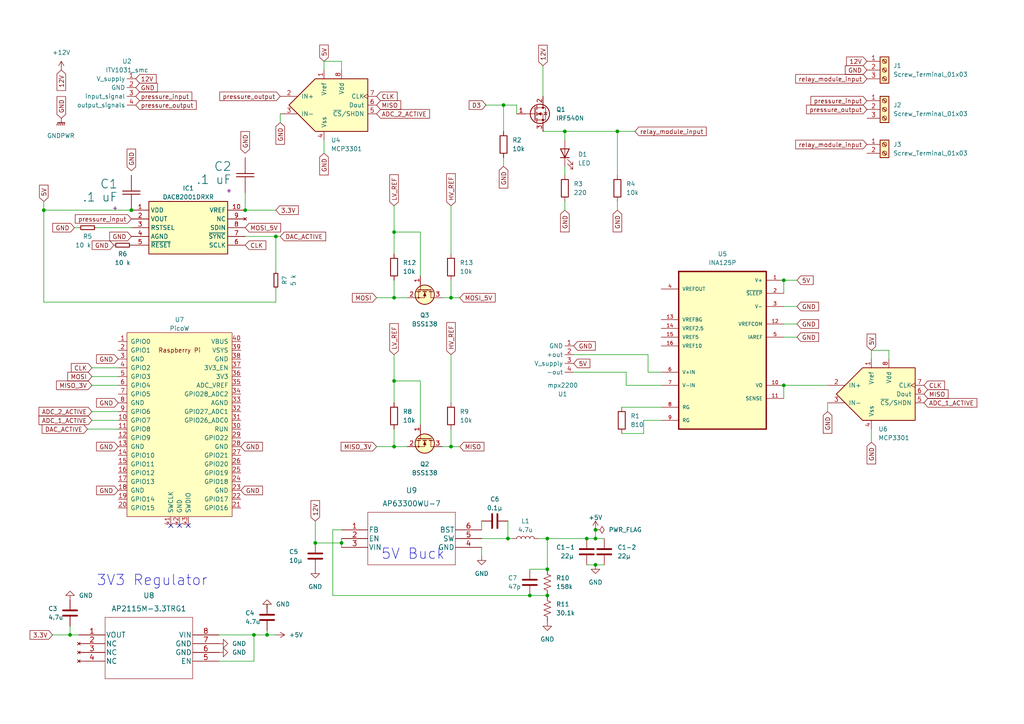
<source format=kicad_sch>
(kicad_sch (version 20230121) (generator eeschema)
  (paper "A4")
  (lib_symbols
    (symbol "Analog_ADC:MCP3301" (pin_names (offset 1.016))
      (property "Reference" "U" (at 4.445 10.795 0))
      (property "Value" "MCP3301" (at 4.445 8.89 0))
      (symbol "MCP3301_0_0"
        (polyline (pts (xy -12.7 0) (xy -5.08 7.62) (xy 10.16 7.62) (xy 10.16 -7.62) (xy -5.08 -7.62) (xy -12.7 0)) (stroke (width 0.254)) (fill (type background)))
      )
      (symbol "MCP3301_1_1"
        (pin power_in line (at -2.54 10.16 270) (length 2.54) (name "Vref") (number "1"))
        (pin input line (at -15.24 2.54 0) (length 5.08) (name "IN+") (number "2"))
        (pin input line (at -15.24 -2.54 0) (length 5.08) (name "IN-") (number "3"))
        (pin power_in line (at -2.54 -10.16 90) (length 2.54) (name "Vss") (number "4"))
        (pin input line (at 12.7 -2.54 180) (length 2.54) (name "~{CS}/SHDN") (number "5"))
        (pin output line (at 12.7 0 180) (length 2.54) (name "Dout") (number "6"))
        (pin input clock (at 12.7 2.54 180) (length 2.54) (name "CLK") (number "7"))
        (pin power_in line (at 2.54 10.16 270) (length 2.54) (name "Vdd") (number "8"))
      )
    )
    (symbol "Connector:Screw_Terminal_01x02" (pin_names (offset 1.016) hide)
      (property "Reference" "J" (at 0 2.54 0))
      (property "Value" "Screw_Terminal_01x02" (at 0 -5.08 0))
      (symbol "Screw_Terminal_01x02_1_1"
        (rectangle (start -1.27 1.27) (end 1.27 -3.81) (stroke (width 0.254)) (fill (type background)))
        (circle (center 0 -2.54) (radius 0.635) (stroke (width 0.1524)))
        (polyline (pts (xy -0.5334 -2.2098) (xy 0.3302 -3.048)) (stroke (width 0.1524)))
        (polyline (pts (xy -0.5334 0.3302) (xy 0.3302 -0.508)) (stroke (width 0.1524)))
        (polyline (pts (xy -0.3556 -2.032) (xy 0.508 -2.8702)) (stroke (width 0.1524)))
        (polyline (pts (xy -0.3556 0.508) (xy 0.508 -0.3302)) (stroke (width 0.1524)))
        (circle (center 0 0) (radius 0.635) (stroke (width 0.1524)))
        (pin passive line (at -5.08 0 0) (length 3.81) (name "Pin_1") (number "1"))
        (pin passive line (at -5.08 -2.54 0) (length 3.81) (name "Pin_2") (number "2"))
      )
    )
    (symbol "Connector:Screw_Terminal_01x03" (pin_names (offset 1.016) hide)
      (property "Reference" "J" (at 0 5.08 0))
      (property "Value" "Screw_Terminal_01x03" (at 0 -5.08 0))
      (symbol "Screw_Terminal_01x03_1_1"
        (rectangle (start -1.27 3.81) (end 1.27 -3.81) (stroke (width 0.254)) (fill (type background)))
        (circle (center 0 -2.54) (radius 0.635) (stroke (width 0.1524)))
        (polyline (pts (xy -0.5334 -2.2098) (xy 0.3302 -3.048)) (stroke (width 0.1524)))
        (polyline (pts (xy -0.5334 0.3302) (xy 0.3302 -0.508)) (stroke (width 0.1524)))
        (polyline (pts (xy -0.5334 2.8702) (xy 0.3302 2.032)) (stroke (width 0.1524)))
        (polyline (pts (xy -0.3556 -2.032) (xy 0.508 -2.8702)) (stroke (width 0.1524)))
        (polyline (pts (xy -0.3556 0.508) (xy 0.508 -0.3302)) (stroke (width 0.1524)))
        (polyline (pts (xy -0.3556 3.048) (xy 0.508 2.2098)) (stroke (width 0.1524)))
        (circle (center 0 0) (radius 0.635) (stroke (width 0.1524)))
        (circle (center 0 2.54) (radius 0.635) (stroke (width 0.1524)))
        (pin passive line (at -5.08 2.54 0) (length 3.81) (name "Pin_1") (number "1"))
        (pin passive line (at -5.08 0 0) (length 3.81) (name "Pin_2") (number "2"))
        (pin passive line (at -5.08 -2.54 0) (length 3.81) (name "Pin_3") (number "3"))
      )
    )
    (symbol "DAC82001DRXR:DAC82001DRXR"
      (property "Reference" "IC" (at 29.21 7.62 0))
      (property "Value" "DAC82001DRXR" (at 29.21 5.08 0))
      (symbol "DAC82001DRXR_1_1"
        (rectangle (start 5.08 2.54) (end 27.94 -12.7) (stroke (width 0.254)) (fill (type background)))
        (pin passive line (at 0 0 0) (length 5.08) (name "VDD") (number "1"))
        (pin passive line (at 33.02 0 180) (length 5.08) (name "VREF") (number "10"))
        (pin passive line (at 0 -2.54 0) (length 5.08) (name "VOUT") (number "2"))
        (pin passive line (at 0 -5.08 0) (length 5.08) (name "RSTSEL") (number "3"))
        (pin passive line (at 0 -7.62 0) (length 5.08) (name "AGND") (number "4"))
        (pin passive line (at 0 -10.16 0) (length 5.08) (name "~{RESET}") (number "5"))
        (pin passive line (at 33.02 -10.16 180) (length 5.08) (name "SCLK") (number "6"))
        (pin passive line (at 33.02 -7.62 180) (length 5.08) (name "~{SYNC}") (number "7"))
        (pin passive line (at 33.02 -5.08 180) (length 5.08) (name "SDIN") (number "8"))
        (pin no_connect line (at 33.02 -2.54 180) (length 5.08) (name "NC") (number "9"))
      )
    )
    (symbol "Device:C" (pin_numbers hide) (pin_names (offset 0.254))
      (property "Reference" "C" (at 0.635 2.54 0))
      (property "Value" "C" (at 0.635 -2.54 0))
      (symbol "C_0_1"
        (polyline (pts (xy -2.032 -0.762) (xy 2.032 -0.762)) (stroke (width 0.508)))
        (polyline (pts (xy -2.032 0.762) (xy 2.032 0.762)) (stroke (width 0.508)))
      )
      (symbol "C_1_1"
        (pin passive line (at 0 3.81 270) (length 2.794) (name "~") (number "1"))
        (pin passive line (at 0 -3.81 90) (length 2.794) (name "~") (number "2"))
      )
    )
    (symbol "Device:L" (pin_numbers hide) (pin_names (offset 1.016) hide)
      (property "Reference" "L" (at -1.27 0 90))
      (property "Value" "L" (at 1.905 0 90))
      (symbol "L_0_1"
        (arc (start 0 -2.54) (mid 0.6323 -1.905) (end 0 -1.27))
        (arc (start 0 -1.27) (mid 0.6323 -0.635) (end 0 0))
        (arc (start 0 0) (mid 0.6323 0.635) (end 0 1.27))
        (arc (start 0 1.27) (mid 0.6323 1.905) (end 0 2.54))
      )
      (symbol "L_1_1"
        (pin passive line (at 0 3.81 270) (length 1.27) (name "1") (number "1"))
        (pin passive line (at 0 -3.81 90) (length 1.27) (name "2") (number "2"))
      )
    )
    (symbol "Device:LED" (pin_numbers hide) (pin_names (offset 1.016) hide)
      (property "Reference" "D" (at 0 2.54 0))
      (property "Value" "LED" (at 0 -2.54 0))
      (symbol "LED_0_1"
        (polyline (pts (xy -1.27 -1.27) (xy -1.27 1.27)) (stroke (width 0.254)))
        (polyline (pts (xy -1.27 0) (xy 1.27 0)))
        (polyline (pts (xy 1.27 -1.27) (xy 1.27 1.27) (xy -1.27 0) (xy 1.27 -1.27)) (stroke (width 0.254)))
        (polyline (pts (xy -3.048 -0.762) (xy -4.572 -2.286) (xy -3.81 -2.286) (xy -4.572 -2.286) (xy -4.572 -1.524)))
        (polyline (pts (xy -1.778 -0.762) (xy -3.302 -2.286) (xy -2.54 -2.286) (xy -3.302 -2.286) (xy -3.302 -1.524)))
      )
      (symbol "LED_1_1"
        (pin passive line (at -3.81 0 0) (length 2.54) (name "K") (number "1"))
        (pin passive line (at 3.81 0 180) (length 2.54) (name "A") (number "2"))
      )
    )
    (symbol "Device:R" (pin_numbers hide) (pin_names (offset 0))
      (property "Reference" "R" (at 2.032 0 90))
      (property "Value" "R" (at 0 0 90))
      (symbol "R_0_1"
        (rectangle (start -1.016 -2.54) (end 1.016 2.54) (stroke (width 0.254)))
      )
      (symbol "R_1_1"
        (pin passive line (at 0 3.81 270) (length 1.27) (name "~") (number "1"))
        (pin passive line (at 0 -3.81 90) (length 1.27) (name "~") (number "2"))
      )
    )
    (symbol "Device:R_US" (pin_numbers hide) (pin_names (offset 0))
      (property "Reference" "R" (at 2.54 0 90))
      (property "Value" "R_US" (at -2.54 0 90))
      (symbol "R_US_0_1"
        (polyline (pts (xy 0 -2.286) (xy 0 -2.54)))
        (polyline (pts (xy 0 2.286) (xy 0 2.54)))
        (polyline (pts (xy 0 -0.762) (xy 1.016 -1.143) (xy 0 -1.524) (xy -1.016 -1.905) (xy 0 -2.286)))
        (polyline (pts (xy 0 0.762) (xy 1.016 0.381) (xy 0 0) (xy -1.016 -0.381) (xy 0 -0.762)))
        (polyline (pts (xy 0 2.286) (xy 1.016 1.905) (xy 0 1.524) (xy -1.016 1.143) (xy 0 0.762)))
      )
      (symbol "R_US_1_1"
        (pin passive line (at 0 3.81 270) (length 1.27) (name "~") (number "1"))
        (pin passive line (at 0 -3.81 90) (length 1.27) (name "~") (number "2"))
      )
    )
    (symbol "INA125P:INA125P" (pin_names (offset 1.016))
      (property "Reference" "U" (at -12.7 23.8506 0))
      (property "Value" "INA125P" (at -12.7 -26.8478 0))
      (symbol "INA125P_0_0"
        (rectangle (start -12.7 -22.86) (end 12.7 22.86) (stroke (width 0.4064)) (fill (type background)))
        (pin power_in line (at 17.78 20.32 180) (length 5.08) (name "V+") (number "1"))
        (pin output line (at 17.78 -10.16 180) (length 5.08) (name "VO") (number "10"))
        (pin input line (at 17.78 -13.97 180) (length 5.08) (name "SENSE") (number "11"))
        (pin input line (at 17.78 7.62 180) (length 5.08) (name "VREFCOM") (number "12"))
        (pin input line (at -17.78 8.89 0) (length 5.08) (name "VREFBG") (number "13"))
        (pin power_in line (at -17.78 6.35 0) (length 5.08) (name "VREF2.5") (number "14"))
        (pin input line (at -17.78 3.81 0) (length 5.08) (name "VREF5") (number "15"))
        (pin input line (at -17.78 1.27 0) (length 5.08) (name "VREF10") (number "16"))
        (pin bidirectional line (at 17.78 16.51 180) (length 5.08) (name "~{SLEEP}") (number "2"))
        (pin power_in line (at 17.78 12.7 180) (length 5.08) (name "V-") (number "3"))
        (pin output line (at -17.78 17.78 0) (length 5.08) (name "VREFOUT") (number "4"))
        (pin input line (at 17.78 3.81 180) (length 5.08) (name "IAREF") (number "5"))
        (pin input line (at -17.78 -6.35 0) (length 5.08) (name "V+IN") (number "6"))
        (pin input line (at -17.78 -10.16 0) (length 5.08) (name "V-IN") (number "7"))
        (pin bidirectional line (at -17.78 -16.51 0) (length 5.08) (name "RG") (number "8"))
        (pin bidirectional line (at -17.78 -20.32 0) (length 5.08) (name "RG") (number "9"))
      )
    )
    (symbol "PCM_Generic-50:R,IEC" (pin_numbers hide) (pin_names (offset 0) hide)
      (property "Reference" "R" (at 1.27 1.27 0))
      (property "Value" "R,IEC" (at 1.27 -1.27 0))
      (symbol "R,IEC_1_1"
        (rectangle (start -0.5588 1.9812) (end 0.5588 -1.9812) (stroke (width 0.254)))
        (pin passive line (at 0 2.54 270) (length 0.5588) (name "+") (number "1"))
        (pin passive line (at 0 -2.54 90) (length 0.5588) (name "-") (number "2"))
      )
    )
    (symbol "PCM_Generic:C,IEC" (pin_numbers hide) (pin_names (offset 0) hide)
      (property "Reference" "C" (at 2.54 2.54 0))
      (property "Value" "C,IEC" (at 2.54 -2.54 0))
      (property "Indicator" "+" (at -2.54 2.54 0))
      (symbol "C,IEC_1_1"
        (polyline (pts (xy -2.54 -0.4572) (xy 2.54 -0.4572)) (stroke (width 0.254)))
        (polyline (pts (xy -2.54 0.4572) (xy 2.54 0.4572)) (stroke (width 0.254)))
        (pin passive line (at 0 5.08 270) (length 4.6228) (name "+") (number "1"))
        (pin passive line (at 0 -5.08 90) (length 4.6228) (name "-") (number "2"))
      )
    )
    (symbol "PCM_Transistor_MOSFET_AKL:BSS138" (pin_names hide)
      (property "Reference" "Q" (at 5.08 1.27 0))
      (property "Value" "BSS138" (at 5.08 -1.27 0))
      (symbol "BSS138_0_1"
        (polyline (pts (xy 0.254 -1.27) (xy -2.54 -1.27)))
        (polyline (pts (xy 0.254 1.905) (xy 0.254 -1.905)) (stroke (width 0.254)))
        (polyline (pts (xy 0.762 -1.778) (xy 2.54 -1.778)))
        (polyline (pts (xy 0.762 -1.27) (xy 0.762 -2.286)) (stroke (width 0.254)))
        (polyline (pts (xy 0.762 0.508) (xy 0.762 -0.508)) (stroke (width 0.254)))
        (polyline (pts (xy 0.762 2.286) (xy 0.762 1.27)) (stroke (width 0.254)))
        (polyline (pts (xy 2.54 1.778) (xy 0.762 1.778)))
        (polyline (pts (xy 2.54 2.54) (xy 2.54 1.778)))
        (polyline (pts (xy 2.54 -2.54) (xy 2.54 0) (xy 0.762 0)))
        (polyline (pts (xy 1.016 0) (xy 2.032 0.381) (xy 2.032 -0.381) (xy 1.016 0)) (fill (type outline)))
        (circle (center 1.651 0) (radius 2.794) (stroke (width 0.254)) (fill (type background)))
        (circle (center 2.54 -1.778) (radius 0.1778) (fill (type outline)))
      )
      (symbol "BSS138_1_1"
        (pin input line (at -3.81 -1.27 0) (length 2.54) (name "G") (number "1"))
        (pin passive line (at 2.54 -5.08 90) (length 2.54) (name "S") (number "2"))
        (pin passive line (at 2.54 5.08 270) (length 2.54) (name "D") (number "3"))
      )
    )
    (symbol "Regulator_Linear:AP2115M-3.3TRG1" (pin_names (offset 0.254))
      (property "Reference" "U" (at 20.32 10.16 0))
      (property "Value" "AP2115M-3.3TRG1" (at 20.32 7.62 0))
      (symbol "AP2115M-3.3TRG1_1_1"
        (polyline (pts (xy 7.62 -12.7) (xy 33.02 -12.7)) (stroke (width 0.127)))
        (polyline (pts (xy 7.62 5.08) (xy 7.62 -12.7)) (stroke (width 0.127)))
        (polyline (pts (xy 33.02 -12.7) (xy 33.02 5.08)) (stroke (width 0.127)))
        (polyline (pts (xy 33.02 5.08) (xy 7.62 5.08)) (stroke (width 0.127)))
        (pin output line (at 0 0 0) (length 7.62) (name "VOUT") (number "1"))
        (pin no_connect line (at 0 -2.54 0) (length 7.62) (name "NC") (number "2"))
        (pin no_connect line (at 0 -5.08 0) (length 7.62) (name "NC") (number "3"))
        (pin no_connect line (at 0 -7.62 0) (length 7.62) (name "NC") (number "4"))
        (pin unspecified line (at 40.64 -7.62 180) (length 7.62) (name "EN") (number "5"))
        (pin power_in line (at 40.64 -5.08 180) (length 7.62) (name "GND") (number "6"))
        (pin input line (at 40.64 -2.54 180) (length 7.62) (name "GND") (number "7"))
        (pin unspecified line (at 40.64 0 180) (length 7.62) (name "VIN") (number "8"))
      )
    )
    (symbol "Sensor_Pressure:mpx2200"
      (property "Reference" "U" (at 0 0 0))
      (property "Value" "mpx2200" (at 0 -2.54 0))
      (symbol "mpx2200_1_1"
        (pin power_in line (at 0 -15.24 180) (length 2.54) (name "GND") (number "1"))
        (pin output line (at 0 -12.7 180) (length 2.54) (name "+out") (number "2"))
        (pin power_in line (at 0 -10.16 180) (length 2.54) (name "V_supply") (number "3"))
        (pin output line (at 0 -7.62 180) (length 2.54) (name "-out") (number "4"))
      )
    )
    (symbol "Transistor_FET:IRF540N" (pin_names hide)
      (property "Reference" "Q" (at 6.35 1.905 0))
      (property "Value" "IRF540N" (at 6.35 0 0))
      (symbol "IRF540N_0_1"
        (polyline (pts (xy 0.254 0) (xy -2.54 0)))
        (polyline (pts (xy 0.254 1.905) (xy 0.254 -1.905)) (stroke (width 0.254)))
        (polyline (pts (xy 0.762 -1.27) (xy 0.762 -2.286)) (stroke (width 0.254)))
        (polyline (pts (xy 0.762 0.508) (xy 0.762 -0.508)) (stroke (width 0.254)))
        (polyline (pts (xy 0.762 2.286) (xy 0.762 1.27)) (stroke (width 0.254)))
        (polyline (pts (xy 2.54 2.54) (xy 2.54 1.778)))
        (polyline (pts (xy 2.54 -2.54) (xy 2.54 0) (xy 0.762 0)))
        (polyline (pts (xy 0.762 -1.778) (xy 3.302 -1.778) (xy 3.302 1.778) (xy 0.762 1.778)))
        (polyline (pts (xy 1.016 0) (xy 2.032 0.381) (xy 2.032 -0.381) (xy 1.016 0)) (fill (type outline)))
        (polyline (pts (xy 2.794 0.508) (xy 2.921 0.381) (xy 3.683 0.381) (xy 3.81 0.254)))
        (polyline (pts (xy 3.302 0.381) (xy 2.921 -0.254) (xy 3.683 -0.254) (xy 3.302 0.381)))
        (circle (center 1.651 0) (radius 2.794) (stroke (width 0.254)))
        (circle (center 2.54 -1.778) (radius 0.254) (fill (type outline)))
        (circle (center 2.54 1.778) (radius 0.254) (fill (type outline)))
      )
      (symbol "IRF540N_1_1"
        (pin input line (at -5.08 0 0) (length 2.54) (name "G") (number "1"))
        (pin passive line (at 2.54 5.08 270) (length 2.54) (name "D") (number "2"))
        (pin passive line (at 2.54 -5.08 90) (length 2.54) (name "S") (number "3"))
      )
    )
    (symbol "picow:PicoW" (pin_names (offset 1.016))
      (property "Reference" "U" (at -13.97 27.94 0))
      (property "Value" "PicoW" (at 0 19.05 0))
      (symbol "PicoW_0_0"
        (text "Raspberry Pi" (at 0 21.59 0) (effects (font (size 1.27 1.27))))
      )
      (symbol "PicoW_0_1"
        (rectangle (start -15.24 26.67) (end 15.24 -26.67) (fill (type background)))
      )
      (symbol "PicoW_1_1"
        (pin bidirectional line (at -17.78 24.13 0) (length 2.54) (name "GPIO0") (number "1"))
        (pin bidirectional line (at -17.78 1.27 0) (length 2.54) (name "GPIO7") (number "10"))
        (pin bidirectional line (at -17.78 -1.27 0) (length 2.54) (name "GPIO8") (number "11"))
        (pin bidirectional line (at -17.78 -3.81 0) (length 2.54) (name "GPIO9") (number "12"))
        (pin power_in line (at -17.78 -6.35 0) (length 2.54) (name "GND") (number "13"))
        (pin bidirectional line (at -17.78 -8.89 0) (length 2.54) (name "GPIO10") (number "14"))
        (pin bidirectional line (at -17.78 -11.43 0) (length 2.54) (name "GPIO11") (number "15"))
        (pin bidirectional line (at -17.78 -13.97 0) (length 2.54) (name "GPIO12") (number "16"))
        (pin bidirectional line (at -17.78 -16.51 0) (length 2.54) (name "GPIO13") (number "17"))
        (pin power_in line (at -17.78 -19.05 0) (length 2.54) (name "GND") (number "18"))
        (pin bidirectional line (at -17.78 -21.59 0) (length 2.54) (name "GPIO14") (number "19"))
        (pin bidirectional line (at -17.78 21.59 0) (length 2.54) (name "GPIO1") (number "2"))
        (pin bidirectional line (at -17.78 -24.13 0) (length 2.54) (name "GPIO15") (number "20"))
        (pin bidirectional line (at 17.78 -24.13 180) (length 2.54) (name "GPIO16") (number "21"))
        (pin bidirectional line (at 17.78 -21.59 180) (length 2.54) (name "GPIO17") (number "22"))
        (pin power_in line (at 17.78 -19.05 180) (length 2.54) (name "GND") (number "23"))
        (pin bidirectional line (at 17.78 -16.51 180) (length 2.54) (name "GPIO18") (number "24"))
        (pin bidirectional line (at 17.78 -13.97 180) (length 2.54) (name "GPIO19") (number "25"))
        (pin bidirectional line (at 17.78 -11.43 180) (length 2.54) (name "GPIO20") (number "26"))
        (pin bidirectional line (at 17.78 -8.89 180) (length 2.54) (name "GPIO21") (number "27"))
        (pin power_in line (at 17.78 -6.35 180) (length 2.54) (name "GND") (number "28"))
        (pin bidirectional line (at 17.78 -3.81 180) (length 2.54) (name "GPIO22") (number "29"))
        (pin power_in line (at -17.78 19.05 0) (length 2.54) (name "GND") (number "3"))
        (pin input line (at 17.78 -1.27 180) (length 2.54) (name "RUN") (number "30"))
        (pin bidirectional line (at 17.78 1.27 180) (length 2.54) (name "GPIO26_ADC0") (number "31"))
        (pin bidirectional line (at 17.78 3.81 180) (length 2.54) (name "GPIO27_ADC1") (number "32"))
        (pin power_in line (at 17.78 6.35 180) (length 2.54) (name "AGND") (number "33"))
        (pin bidirectional line (at 17.78 8.89 180) (length 2.54) (name "GPIO28_ADC2") (number "34"))
        (pin unspecified line (at 17.78 11.43 180) (length 2.54) (name "ADC_VREF") (number "35"))
        (pin unspecified line (at 17.78 13.97 180) (length 2.54) (name "3V3") (number "36"))
        (pin input line (at 17.78 16.51 180) (length 2.54) (name "3V3_EN") (number "37"))
        (pin bidirectional line (at 17.78 19.05 180) (length 2.54) (name "GND") (number "38"))
        (pin unspecified line (at 17.78 21.59 180) (length 2.54) (name "VSYS") (number "39"))
        (pin bidirectional line (at -17.78 16.51 0) (length 2.54) (name "GPIO2") (number "4"))
        (pin unspecified line (at 17.78 24.13 180) (length 2.54) (name "VBUS") (number "40"))
        (pin input line (at -2.54 -29.21 90) (length 2.54) (name "SWCLK") (number "41"))
        (pin power_in line (at 0 -29.21 90) (length 2.54) (name "GND") (number "42"))
        (pin bidirectional line (at 2.54 -29.21 90) (length 2.54) (name "SWDIO") (number "43"))
        (pin bidirectional line (at -17.78 13.97 0) (length 2.54) (name "GPIO3") (number "5"))
        (pin bidirectional line (at -17.78 11.43 0) (length 2.54) (name "GPIO4") (number "6"))
        (pin bidirectional line (at -17.78 8.89 0) (length 2.54) (name "GPIO5") (number "7"))
        (pin power_in line (at -17.78 6.35 0) (length 2.54) (name "GND") (number "8"))
        (pin bidirectional line (at -17.78 3.81 0) (length 2.54) (name "GPIO6") (number "9"))
      )
    )
    (symbol "power:+12V" (power) (pin_names (offset 0))
      (property "Value" "+12V" (at 0 3.556 0))
      (symbol "+12V_0_1"
        (polyline (pts (xy -0.762 1.27) (xy 0 2.54)))
        (polyline (pts (xy 0 0) (xy 0 2.54)))
        (polyline (pts (xy 0 2.54) (xy 0.762 1.27)))
      )
      (symbol "+12V_1_1"
        (pin power_in line (at 0 0 90) (length 0) hide (name "+12V") (number "1"))
      )
    )
    (symbol "power:+5V" (power) (pin_names (offset 0))
      (property "Value" "+5V" (at 0 3.556 0))
      (symbol "+5V_0_1"
        (polyline (pts (xy -0.762 1.27) (xy 0 2.54)))
        (polyline (pts (xy 0 0) (xy 0 2.54)))
        (polyline (pts (xy 0 2.54) (xy 0.762 1.27)))
      )
      (symbol "+5V_1_1"
        (pin power_in line (at 0 0 90) (length 0) hide (name "+5V") (number "1"))
      )
    )
    (symbol "power:GND" (power) (pin_names (offset 0))
      (property "Value" "GND" (at 0 -3.81 0))
      (symbol "GND_0_1"
        (polyline (pts (xy 0 0) (xy 0 -1.27) (xy 1.27 -1.27) (xy 0 -2.54) (xy -1.27 -1.27) (xy 0 -1.27)))
      )
      (symbol "GND_1_1"
        (pin power_in line (at 0 0 270) (length 0) hide (name "GND") (number "1"))
      )
    )
    (symbol "power:GNDPWR" (power) (pin_names (offset 0))
      (property "Value" "GNDPWR" (at 0 -3.302 0))
      (symbol "GNDPWR_0_1"
        (polyline (pts (xy 0 -1.27) (xy 0 0)))
        (polyline (pts (xy -1.016 -1.27) (xy -1.27 -2.032) (xy -1.27 -2.032)) (stroke (width 0.2032)))
        (polyline (pts (xy -0.508 -1.27) (xy -0.762 -2.032) (xy -0.762 -2.032)) (stroke (width 0.2032)))
        (polyline (pts (xy 0 -1.27) (xy -0.254 -2.032) (xy -0.254 -2.032)) (stroke (width 0.2032)))
        (polyline (pts (xy 0.508 -1.27) (xy 0.254 -2.032) (xy 0.254 -2.032)) (stroke (width 0.2032)))
        (polyline (pts (xy 1.016 -1.27) (xy -1.016 -1.27) (xy -1.016 -1.27)) (stroke (width 0.2032)))
        (polyline (pts (xy 1.016 -1.27) (xy 0.762 -2.032) (xy 0.762 -2.032) (xy 0.762 -2.032)) (stroke (width 0.2032)))
      )
      (symbol "GNDPWR_1_1"
        (pin power_in line (at 0 0 270) (length 0) hide (name "GNDPWR") (number "1"))
      )
    )
    (symbol "power:PWR_FLAG" (power) (pin_numbers hide) (pin_names (offset 0) hide)
      (property "Value" "PWR_FLAG" (at 0 3.81 0))
      (symbol "PWR_FLAG_0_0"
        (pin power_out line (at 0 0 90) (length 0) (name "pwr") (number "1"))
      )
      (symbol "PWR_FLAG_0_1"
        (polyline (pts (xy 0 0) (xy 0 1.27) (xy -1.016 1.905) (xy 0 2.54) (xy 1.016 1.905) (xy 0 1.27)))
      )
    )
    (symbol "pressure_regulator:ITV1031_smc"
      (property "Reference" "U" (at 0 0 0))
      (property "Value" "ITV1031_smc" (at 0 -2.54 0))
      (symbol "ITV1031_smc_1_1"
        (pin power_in line (at 0 -6.35 180) (length 2.54) (name "V_supply") (number "1"))
        (pin power_in line (at 0 -8.89 180) (length 2.54) (name "GND") (number "2"))
        (pin input line (at 0 -11.43 180) (length 2.54) (name "input_signal") (number "3"))
        (pin output line (at 0 -13.97 180) (length 2.54) (name "output_signals") (number "4"))
      )
    )
    (symbol "ultralibrarian:AP63300WU-7" (pin_names (offset 0.254))
      (property "Reference" "U" (at 20.32 10.16 0))
      (property "Value" "AP63300WU-7" (at 20.32 7.62 0))
      (symbol "AP63300WU-7_1_1"
        (polyline (pts (xy 7.62 -10.16) (xy 33.02 -10.16)) (stroke (width 0.127)))
        (polyline (pts (xy 7.62 5.08) (xy 7.62 -10.16)) (stroke (width 0.127)))
        (polyline (pts (xy 33.02 -10.16) (xy 33.02 5.08)) (stroke (width 0.127)))
        (polyline (pts (xy 33.02 5.08) (xy 7.62 5.08)) (stroke (width 0.127)))
        (pin unspecified line (at 0 0 0) (length 7.62) (name "FB") (number "1"))
        (pin unspecified line (at 0 -2.54 0) (length 7.62) (name "EN") (number "2"))
        (pin unspecified line (at 0 -5.08 0) (length 7.62) (name "VIN") (number "3"))
        (pin power_in line (at 40.64 -5.08 180) (length 7.62) (name "GND") (number "4"))
        (pin unspecified line (at 40.64 -2.54 180) (length 7.62) (name "SW") (number "5"))
        (pin unspecified line (at 40.64 0 180) (length 7.62) (name "BST") (number "6"))
      )
    )
  )
  (junction (at 158.75 172.72))
  (junction (at 38.1 60.96))
  (junction (at 130.81 86.36))
  (junction (at 179.07 38.1))
  (junction (at 146.05 30.48))
  (junction (at 12.7 60.96))
  (junction (at 158.75 156.21))
  (junction (at 158.75 165.1))
  (junction (at 172.72 156.21))
  (junction (at 172.72 163.83))
  (junction (at 227.33 81.28))
  (junction (at 80.01 68.58))
  (junction (at 73.66 184.15))
  (junction (at 147.32 156.21))
  (junction (at 130.81 129.54))
  (junction (at 99.06 157.48))
  (junction (at 163.83 38.1))
  (junction (at 114.3 110.49))
  (junction (at 170.18 156.21))
  (junction (at 114.3 86.36))
  (junction (at 114.3 67.31))
  (junction (at 172.72 153.67))
  (junction (at 20.32 184.15))
  (junction (at 77.47 184.15))
  (junction (at 91.44 157.48))
  (junction (at 227.33 111.76))
  (junction (at 153.67 172.72))
  (junction (at 71.12 60.96))
  (junction (at 114.3 129.54))
  (no_connect (at 52.07 152.4))
  (no_connect (at 49.53 152.4))
  (no_connect (at 54.61 152.4))
  (wire (pts (xy 128.27 129.54) (xy 130.81 129.54)))
  (wire (pts (xy 114.3 124.46) (xy 114.3 129.54)))
  (wire (pts (xy 163.83 38.1) (xy 179.07 38.1)))
  (wire (pts (xy 81.28 68.58) (xy 80.01 68.58)))
  (wire (pts (xy 12.7 87.63) (xy 80.01 87.63)))
  (wire (pts (xy 240.03 116.84) (xy 240.03 119.38)))
  (wire (pts (xy 71.12 55.88) (xy 71.12 60.96)))
  (wire (pts (xy 146.05 30.48) (xy 146.05 38.1)))
  (wire (pts (xy 81.28 33.02) (xy 81.28 35.56)))
  (wire (pts (xy 80.01 68.58) (xy 71.12 68.58)))
  (wire (pts (xy 163.83 58.42) (xy 163.83 60.96)))
  (wire (pts (xy 180.34 118.11) (xy 191.77 118.11)))
  (wire (pts (xy 109.22 86.36) (xy 114.3 86.36)))
  (wire (pts (xy 156.21 156.21) (xy 158.75 156.21)))
  (wire (pts (xy 114.3 67.31) (xy 121.92 67.31)))
  (wire (pts (xy 114.3 102.87) (xy 114.3 110.49)))
  (wire (pts (xy 26.67 121.92) (xy 34.29 121.92)))
  (wire (pts (xy 227.33 81.28) (xy 227.33 85.09)))
  (wire (pts (xy 170.18 156.21) (xy 172.72 156.21)))
  (wire (pts (xy 163.83 48.26) (xy 163.83 50.8)))
  (wire (pts (xy 130.81 124.46) (xy 130.81 129.54)))
  (wire (pts (xy 157.48 38.1) (xy 163.83 38.1)))
  (wire (pts (xy 179.07 38.1) (xy 179.07 50.8)))
  (wire (pts (xy 12.7 58.42) (xy 12.7 60.96)))
  (wire (pts (xy 38.1 60.96) (xy 12.7 60.96)))
  (wire (pts (xy 80.01 87.63) (xy 80.01 83.82)))
  (wire (pts (xy 179.07 58.42) (xy 179.07 60.96)))
  (wire (pts (xy 25.4 124.46) (xy 34.29 124.46)))
  (wire (pts (xy 12.7 60.96) (xy 12.7 87.63)))
  (wire (pts (xy 99.06 156.21) (xy 99.06 157.48)))
  (wire (pts (xy 114.3 81.28) (xy 114.3 86.36)))
  (wire (pts (xy 99.06 157.48) (xy 99.06 158.75)))
  (wire (pts (xy 26.67 109.22) (xy 34.29 109.22)))
  (wire (pts (xy 114.3 116.84) (xy 114.3 110.49)))
  (wire (pts (xy 26.67 119.38) (xy 34.29 119.38)))
  (wire (pts (xy 96.52 172.72) (xy 96.52 153.67)))
  (wire (pts (xy 99.06 20.32) (xy 99.06 17.78)))
  (wire (pts (xy 227.33 111.76) (xy 240.03 111.76)))
  (wire (pts (xy 93.98 40.64) (xy 93.98 44.45)))
  (wire (pts (xy 179.07 38.1) (xy 184.15 38.1)))
  (wire (pts (xy 172.72 163.83) (xy 175.26 163.83)))
  (wire (pts (xy 26.67 106.68) (xy 34.29 106.68)))
  (wire (pts (xy 180.34 125.73) (xy 186.69 125.73)))
  (wire (pts (xy 96.52 153.67) (xy 99.06 153.67)))
  (wire (pts (xy 181.61 111.76) (xy 191.77 111.76)))
  (wire (pts (xy 252.73 101.6) (xy 252.73 104.14)))
  (wire (pts (xy 27.94 66.04) (xy 38.1 66.04)))
  (wire (pts (xy 114.3 110.49) (xy 121.92 110.49)))
  (wire (pts (xy 166.37 102.87) (xy 187.96 102.87)))
  (wire (pts (xy 172.72 153.67) (xy 172.72 156.21)))
  (wire (pts (xy 121.92 110.49) (xy 121.92 123.19)))
  (wire (pts (xy 166.37 107.95) (xy 181.61 107.95)))
  (wire (pts (xy 140.97 30.48) (xy 146.05 30.48)))
  (wire (pts (xy 158.75 156.21) (xy 158.75 165.1)))
  (wire (pts (xy 20.32 184.15) (xy 22.86 184.15)))
  (wire (pts (xy 153.67 172.72) (xy 158.75 172.72)))
  (wire (pts (xy 22.86 66.04) (xy 21.59 66.04)))
  (wire (pts (xy 109.22 129.54) (xy 114.3 129.54)))
  (wire (pts (xy 147.32 151.13) (xy 147.32 156.21)))
  (wire (pts (xy 163.83 38.1) (xy 163.83 40.64)))
  (wire (pts (xy 91.44 157.48) (xy 99.06 157.48)))
  (wire (pts (xy 139.7 158.75) (xy 139.7 161.29)))
  (wire (pts (xy 257.81 101.6) (xy 252.73 101.6)))
  (wire (pts (xy 80.01 68.58) (xy 80.01 78.74)))
  (wire (pts (xy 227.33 93.98) (xy 231.14 93.98)))
  (wire (pts (xy 63.5 184.15) (xy 73.66 184.15)))
  (wire (pts (xy 130.81 102.87) (xy 130.81 116.84)))
  (wire (pts (xy 77.47 182.88) (xy 77.47 184.15)))
  (wire (pts (xy 91.44 151.13) (xy 91.44 157.48)))
  (wire (pts (xy 257.81 104.14) (xy 257.81 101.6)))
  (wire (pts (xy 139.7 156.21) (xy 147.32 156.21)))
  (wire (pts (xy 170.18 163.83) (xy 172.72 163.83)))
  (wire (pts (xy 252.73 124.46) (xy 252.73 128.27)))
  (wire (pts (xy 121.92 67.31) (xy 121.92 80.01)))
  (wire (pts (xy 77.47 184.15) (xy 80.01 184.15)))
  (wire (pts (xy 139.7 153.67) (xy 139.7 151.13)))
  (wire (pts (xy 172.72 156.21) (xy 175.26 156.21)))
  (wire (pts (xy 130.81 129.54) (xy 133.35 129.54)))
  (wire (pts (xy 71.12 60.96) (xy 80.01 60.96)))
  (wire (pts (xy 153.67 165.1) (xy 158.75 165.1)))
  (wire (pts (xy 20.32 181.61) (xy 20.32 184.15)))
  (wire (pts (xy 77.47 175.26) (xy 77.47 176.53)))
  (wire (pts (xy 146.05 45.72) (xy 146.05 48.26)))
  (wire (pts (xy 128.27 86.36) (xy 130.81 86.36)))
  (wire (pts (xy 114.3 129.54) (xy 118.11 129.54)))
  (wire (pts (xy 227.33 111.76) (xy 227.33 115.57)))
  (wire (pts (xy 114.3 86.36) (xy 118.11 86.36)))
  (wire (pts (xy 130.81 81.28) (xy 130.81 86.36)))
  (wire (pts (xy 181.61 107.95) (xy 181.61 111.76)))
  (wire (pts (xy 157.48 19.05) (xy 157.48 27.94)))
  (wire (pts (xy 153.67 172.72) (xy 96.52 172.72)))
  (wire (pts (xy 187.96 102.87) (xy 187.96 107.95)))
  (wire (pts (xy 146.05 30.48) (xy 149.86 30.48)))
  (wire (pts (xy 148.59 156.21) (xy 147.32 156.21)))
  (wire (pts (xy 130.81 86.36) (xy 133.35 86.36)))
  (wire (pts (xy 114.3 73.66) (xy 114.3 67.31)))
  (wire (pts (xy 186.69 125.73) (xy 186.69 121.92)))
  (wire (pts (xy 227.33 81.28) (xy 231.14 81.28)))
  (wire (pts (xy 93.98 17.78) (xy 93.98 20.32)))
  (wire (pts (xy 227.33 88.9) (xy 231.14 88.9)))
  (wire (pts (xy 187.96 107.95) (xy 191.77 107.95)))
  (wire (pts (xy 158.75 156.21) (xy 170.18 156.21)))
  (wire (pts (xy 15.24 184.15) (xy 20.32 184.15)))
  (wire (pts (xy 227.33 97.79) (xy 231.14 97.79)))
  (wire (pts (xy 149.86 30.48) (xy 149.86 33.02)))
  (wire (pts (xy 73.66 184.15) (xy 77.47 184.15)))
  (wire (pts (xy 186.69 121.92) (xy 191.77 121.92)))
  (wire (pts (xy 63.5 191.77) (xy 73.66 191.77)))
  (wire (pts (xy 99.06 17.78) (xy 93.98 17.78)))
  (wire (pts (xy 26.67 111.76) (xy 34.29 111.76)))
  (wire (pts (xy 130.81 59.69) (xy 130.81 73.66)))
  (wire (pts (xy 114.3 59.69) (xy 114.3 67.31)))
  (wire (pts (xy 73.66 184.15) (xy 73.66 191.77)))
  (text "3V3 Regulator" (at 27.94 170.18 0) (effects (font (size 3 3)) (justify left bottom)))
  (text "5V Buck\n" (at 110.49 162.56 0) (effects (font (size 3 3)) (justify left bottom)))
  (global_label "CLK" (shape input) (at 109.22 27.94 0) (property "Intersheetrefs" "${INTERSHEET_REFS}" (effects hide)))
  (global_label "pressure_output" (shape input) (at 251.46 31.75 180) (property "Intersheetrefs" "${INTERSHEET_REFS}" (effects hide)))
  (global_label "GND" (shape input) (at 33.02 71.12 180) (property "Intersheetrefs" "${INTERSHEET_REFS}" (effects hide)))
  (global_label "GND" (shape input) (at 81.28 35.56 270) (property "Intersheetrefs" "${INTERSHEET_REFS}" (effects hide)))
  (global_label "ADC_1_ACTIVE" (shape input) (at 267.97 116.84 0) (property "Intersheetrefs" "${INTERSHEET_REFS}" (effects hide)))
  (global_label "DAC_ACTIVE" (shape input) (at 81.28 68.58 0) (property "Intersheetrefs" "${INTERSHEET_REFS}" (effects hide)))
  (global_label "GND" (shape input) (at 69.85 142.24 0) (property "Intersheetrefs" "${INTERSHEET_REFS}" (effects hide)))
  (global_label "5V" (shape input) (at 166.37 105.41 0) (property "Intersheetrefs" "${INTERSHEET_REFS}" (effects hide)))
  (global_label "GND" (shape input) (at 240.03 119.38 270) (property "Intersheetrefs" "${INTERSHEET_REFS}" (effects hide)))
  (global_label "MISO_3V" (shape input) (at 26.67 111.76 180) (property "Intersheetrefs" "${INTERSHEET_REFS}" (effects hide)))
  (global_label "12V" (shape input) (at 251.46 17.78 180) (property "Intersheetrefs" "${INTERSHEET_REFS}" (effects hide)))
  (global_label "5V" (shape input) (at 252.73 101.6 90) (property "Intersheetrefs" "${INTERSHEET_REFS}" (effects hide)))
  (global_label "MOSI_5V" (shape input) (at 71.12 66.04 0) (property "Intersheetrefs" "${INTERSHEET_REFS}" (effects hide)))
  (global_label "5V" (shape input) (at 93.98 17.78 90) (property "Intersheetrefs" "${INTERSHEET_REFS}" (effects hide)))
  (global_label "MOSI" (shape input) (at 26.67 109.22 180) (property "Intersheetrefs" "${INTERSHEET_REFS}" (effects hide)))
  (global_label "GND" (shape input) (at 38.1 49.53 90) (property "Intersheetrefs" "${INTERSHEET_REFS}" (effects hide)))
  (global_label "GND" (shape input) (at 231.14 88.9 0) (property "Intersheetrefs" "${INTERSHEET_REFS}" (effects hide)))
  (global_label "GND" (shape input) (at 146.05 48.26 270) (property "Intersheetrefs" "${INTERSHEET_REFS}" (effects hide)))
  (global_label "GND" (shape input) (at 179.07 60.96 270) (property "Intersheetrefs" "${INTERSHEET_REFS}" (effects hide)))
  (global_label "GND" (shape input) (at 71.12 44.45 90) (property "Intersheetrefs" "${INTERSHEET_REFS}" (effects hide)))
  (global_label "MOSI" (shape input) (at 109.22 86.36 180) (property "Intersheetrefs" "${INTERSHEET_REFS}" (effects hide)))
  (global_label "ADC_1_ACTIVE" (shape input) (at 26.67 121.92 180) (property "Intersheetrefs" "${INTERSHEET_REFS}" (effects hide)))
  (global_label "pressure_input" (shape input) (at 38.1 63.5 180) (property "Intersheetrefs" "${INTERSHEET_REFS}" (effects hide)))
  (global_label "CLK" (shape input) (at 267.97 111.76 0) (property "Intersheetrefs" "${INTERSHEET_REFS}" (effects hide)))
  (global_label "LV_REF" (shape input) (at 114.3 59.69 90) (property "Intersheetrefs" "${INTERSHEET_REFS}" (effects hide)))
  (global_label "GND" (shape input) (at 17.78 34.29 90) (property "Intersheetrefs" "${INTERSHEET_REFS}" (effects hide)))
  (global_label "HV_REF" (shape input) (at 130.81 59.69 90) (property "Intersheetrefs" "${INTERSHEET_REFS}" (effects hide)))
  (global_label "GND" (shape input) (at 34.29 142.24 180) (property "Intersheetrefs" "${INTERSHEET_REFS}" (effects hide)))
  (global_label "CLK" (shape input) (at 26.67 106.68 180) (property "Intersheetrefs" "${INTERSHEET_REFS}" (effects hide)))
  (global_label "pressure_output" (shape input) (at 81.28 27.94 180) (property "Intersheetrefs" "${INTERSHEET_REFS}" (effects hide)))
  (global_label "GND" (shape input) (at 93.98 44.45 270) (property "Intersheetrefs" "${INTERSHEET_REFS}" (effects hide)))
  (global_label "3.3V" (shape input) (at 80.01 60.96 0) (property "Intersheetrefs" "${INTERSHEET_REFS}" (effects hide)))
  (global_label "ADC_2_ACTIVE" (shape input) (at 109.22 33.02 0) (property "Intersheetrefs" "${INTERSHEET_REFS}" (effects hide)))
  (global_label "12V" (shape input) (at 39.37 22.86 0) (property "Intersheetrefs" "${INTERSHEET_REFS}" (effects hide)))
  (global_label "GND" (shape input) (at 34.29 104.14 180) (property "Intersheetrefs" "${INTERSHEET_REFS}" (effects hide)))
  (global_label "GND" (shape input) (at 252.73 128.27 270) (property "Intersheetrefs" "${INTERSHEET_REFS}" (effects hide)))
  (global_label "3.3V" (shape input) (at 15.24 184.15 180) (property "Intersheetrefs" "${INTERSHEET_REFS}" (effects hide)))
  (global_label "12V" (shape input) (at 91.44 151.13 90) (property "Intersheetrefs" "${INTERSHEET_REFS}" (effects hide)))
  (global_label "5V" (shape input) (at 231.14 81.28 0) (property "Intersheetrefs" "${INTERSHEET_REFS}" (effects hide)))
  (global_label "12V" (shape input) (at 157.48 19.05 90) (property "Intersheetrefs" "${INTERSHEET_REFS}" (effects hide)))
  (global_label "GND" (shape input) (at 69.85 129.54 0) (property "Intersheetrefs" "${INTERSHEET_REFS}" (effects hide)))
  (global_label "DAC_ACTIVE" (shape input) (at 25.4 124.46 180) (property "Intersheetrefs" "${INTERSHEET_REFS}" (effects hide)))
  (global_label "LV_REF" (shape input) (at 114.3 102.87 90) (property "Intersheetrefs" "${INTERSHEET_REFS}" (effects hide)))
  (global_label "D3" (shape input) (at 140.97 30.48 180) (property "Intersheetrefs" "${INTERSHEET_REFS}" (effects hide)))
  (global_label "pressure_input" (shape input) (at 251.46 29.21 180) (property "Intersheetrefs" "${INTERSHEET_REFS}" (effects hide)))
  (global_label "GND" (shape input) (at 166.37 100.33 0) (property "Intersheetrefs" "${INTERSHEET_REFS}" (effects hide)))
  (global_label "5V" (shape input) (at 12.7 58.42 90) (property "Intersheetrefs" "${INTERSHEET_REFS}" (effects hide)))
  (global_label "MISO" (shape input) (at 133.35 129.54 0) (property "Intersheetrefs" "${INTERSHEET_REFS}" (effects hide)))
  (global_label "relay_module_input" (shape input) (at 251.46 22.86 180) (property "Intersheetrefs" "${INTERSHEET_REFS}" (effects hide)))
  (global_label "MISO" (shape input) (at 109.22 30.48 0) (property "Intersheetrefs" "${INTERSHEET_REFS}" (effects hide)))
  (global_label "ADC_2_ACTIVE" (shape input) (at 26.67 119.38 180) (property "Intersheetrefs" "${INTERSHEET_REFS}" (effects hide)))
  (global_label "MISO_3V" (shape input) (at 109.22 129.54 180) (property "Intersheetrefs" "${INTERSHEET_REFS}" (effects hide)))
  (global_label "GND" (shape input) (at 34.29 129.54 180) (property "Intersheetrefs" "${INTERSHEET_REFS}" (effects hide)))
  (global_label "GND" (shape input) (at 34.29 116.84 180) (property "Intersheetrefs" "${INTERSHEET_REFS}" (effects hide)))
  (global_label "MOSI_5V" (shape input) (at 133.35 86.36 0) (property "Intersheetrefs" "${INTERSHEET_REFS}" (effects hide)))
  (global_label "GND" (shape input) (at 38.1 68.58 180) (property "Intersheetrefs" "${INTERSHEET_REFS}" (effects hide)))
  (global_label "MISO" (shape input) (at 267.97 114.3 0) (property "Intersheetrefs" "${INTERSHEET_REFS}" (effects hide)))
  (global_label "GND" (shape input) (at 163.83 60.96 270) (property "Intersheetrefs" "${INTERSHEET_REFS}" (effects hide)))
  (global_label "pressure_output" (shape input) (at 39.37 30.48 0) (property "Intersheetrefs" "${INTERSHEET_REFS}" (effects hide)))
  (global_label "GND" (shape input) (at 21.59 66.04 180) (property "Intersheetrefs" "${INTERSHEET_REFS}" (effects hide)))
  (global_label "GND" (shape input) (at 231.14 97.79 0) (property "Intersheetrefs" "${INTERSHEET_REFS}" (effects hide)))
  (global_label "HV_REF" (shape input) (at 130.81 102.87 90) (property "Intersheetrefs" "${INTERSHEET_REFS}" (effects hide)))
  (global_label "GND" (shape input) (at 231.14 93.98 0) (property "Intersheetrefs" "${INTERSHEET_REFS}" (effects hide)))
  (global_label "CLK" (shape input) (at 71.12 71.12 0) (property "Intersheetrefs" "${INTERSHEET_REFS}" (effects hide)))
  (global_label "relay_module_input" (shape input) (at 251.46 41.91 180) (property "Intersheetrefs" "${INTERSHEET_REFS}" (effects hide)))
  (global_label "relay_module_input" (shape input) (at 184.15 38.1 0) (property "Intersheetrefs" "${INTERSHEET_REFS}" (effects hide)))
  (global_label "GND" (shape input) (at 39.37 25.4 0) (property "Intersheetrefs" "${INTERSHEET_REFS}" (effects hide)))
  (global_label "12V" (shape input) (at 17.78 20.32 270) (property "Intersheetrefs" "${INTERSHEET_REFS}" (effects hide)))
  (global_label "pressure_input" (shape input) (at 39.37 27.94 0) (property "Intersheetrefs" "${INTERSHEET_REFS}" (effects hide)))
  (global_label "GND" (shape input) (at 251.46 20.32 180) (property "Intersheetrefs" "${INTERSHEET_REFS}" (effects hide)))
  (symbol (lib_id "Analog_ADC:MCP3301") (at 96.52 30.48 0) (unit 1)
    (property "Reference" "U4" (at 95.9994 40.64 0) (effects (justify left)))
    (property "Value" "MCP3301" (at 95.9994 43.18 0) (effects (justify left)))
    (property "Footprint" "ADC:Microchip-MCP3301-CI_P-Manufacturer_Recommended" (effects hide))
    (property "Datasheet" "http://ww1.microchip.com/downloads/en/DeviceDoc/21700D.pdf" (effects hide))
  )
  (symbol (lib_id "Device:R") (at 114.3 77.47 0) (unit 1)
    (property "Reference" "R12" (at 116.84 76.1999 0) (effects (justify left)))
    (property "Value" "10k" (at 116.84 78.7399 0) (effects (justify left)))
    (property "Footprint" "Resistor_THT:R_Axial_DIN0204_L3.6mm_D1.6mm_P7.62mm_Horizontal" (effects hide))
  )
  (symbol (lib_id "power:GND") (at 77.47 176.53 180) (unit 1)
    (property "Reference" "#PWR04" (effects hide))
    (property "Value" "GND" (at 80.01 175.2599 0) (effects (justify right)))
  )
  (symbol (lib_id "Device:C") (at 175.26 160.02 0) (unit 1)
    (property "Reference" "C1-2" (at 179.07 158.7499 0) (effects (justify left)))
    (property "Value" "22μ" (at 179.07 161.29 0) (effects (justify left)))
    (property "Footprint" "Capacitor_SMD:C_1210_3225Metric_Pad1.33x2.70mm_HandSolder" (effects hide))
  )
  (symbol (lib_id "Device:L") (at 152.4 156.21 90) (unit 1)
    (property "Reference" "L1" (at 152.4 151.13 90))
    (property "Value" "4.7u" (at 152.4 153.67 90))
    (property "Footprint" "Inductor_SMD:SIDMP-SP0530" (effects hide))
  )
  (symbol (lib_id "PCM_Generic:C,IEC") (at 38.1 55.88 0) (unit 1)
    (property "Reference" "C1" (at 34.29 53.34 0) (effects (font (size 2.54 2.54)) (justify right)))
    (property "Value" ".1 uF" (at 34.29 57.15 0) (effects (font (size 2.54 2.54)) (justify right)))
    (property "Footprint" "PCM_Capacitor_SMD_AKL:C_1206_3216Metric_Pad1.42x1.75mm" (effects hide))
    (property "Indicator" "+" (at 34.29 60.325 0) (effects (justify right)))
  )
  (symbol (lib_id "Transistor_FET:IRF540N") (at 154.94 33.02 0) (unit 1)
    (property "Reference" "Q1" (at 161.29 31.7499 0) (effects (justify left)))
    (property "Value" "IRF540N" (at 161.29 34.2899 0) (effects (justify left)))
    (property "Footprint" "Package_TO_SOT_THT:TO-220-3_Vertical" (effects hide))
    (property "Datasheet" "http://www.irf.com/product-info/datasheets/data/irf540n.pdf" (effects hide))
  )
  (symbol (lib_id "Device:C") (at 20.32 177.8 180) (unit 1)
    (property "Reference" "C3" (at 13.97 176.53 0) (effects (justify right)))
    (property "Value" "4.7u" (at 13.97 179.07 0) (effects (justify right)))
    (property "Footprint" "Capacitor_SMD:C_0603_1608Metric_Pad1.08x0.95mm_HandSolder" (effects hide))
  )
  (symbol (lib_id "Device:C") (at 153.67 168.91 180) (unit 1)
    (property "Reference" "C7" (at 147.32 167.64 0) (effects (justify right)))
    (property "Value" "47p" (at 147.32 170.18 0) (effects (justify right)))
    (property "Footprint" "Capacitor_SMD:C_0603_1608Metric_Pad1.08x0.95mm_HandSolder" (effects hide))
  )
  (symbol (lib_id "Device:C") (at 77.47 179.07 180) (unit 1)
    (property "Reference" "C4" (at 71.12 177.8 0) (effects (justify right)))
    (property "Value" "4.7u" (at 71.12 180.34 0) (effects (justify right)))
    (property "Footprint" "Capacitor_SMD:C_0603_1608Metric_Pad1.08x0.95mm_HandSolder" (effects hide))
  )
  (symbol (lib_id "Device:R") (at 130.81 77.47 0) (unit 1)
    (property "Reference" "R13" (at 133.35 76.1999 0) (effects (justify left)))
    (property "Value" "10k" (at 133.35 78.7399 0) (effects (justify left)))
    (property "Footprint" "Resistor_THT:R_Axial_DIN0204_L3.6mm_D1.6mm_P7.62mm_Horizontal" (effects hide))
  )
  (symbol (lib_id "Device:R") (at 163.83 54.61 0) (unit 1)
    (property "Reference" "R3" (at 166.37 53.3399 0) (effects (justify left)))
    (property "Value" "220" (at 166.37 55.8799 0) (effects (justify left)))
    (property "Footprint" "Resistor_THT:R_Axial_DIN0204_L3.6mm_D1.6mm_P7.62mm_Horizontal" (effects hide))
  )
  (symbol (lib_id "power:PWR_FLAG") (at 172.72 153.67 270) (unit 1)
    (property "Reference" "#FLG01" (effects hide))
    (property "Value" "PWR_FLAG" (at 176.53 153.6699 90) (effects (justify left)))
  )
  (symbol (lib_id "power:GND") (at 63.5 186.69 90) (unit 1)
    (property "Reference" "#PWR02" (effects hide))
    (property "Value" "GND" (at 67.31 186.6899 90) (effects (justify right)))
  )
  (symbol (lib_id "Connector:Screw_Terminal_01x03") (at 256.54 20.32 0) (unit 1)
    (property "Reference" "J1" (at 259.08 19.0499 0) (effects (justify left)))
    (property "Value" "Screw_Terminal_01x03" (at 259.08 21.5899 0) (effects (justify left)))
    (property "Footprint" "TerminalBlock:TerminalBlock_Altech_AK300-3_P5.00mm" (effects hide))
  )
  (symbol (lib_id "power:GND") (at 172.72 163.83 0) (unit 1)
    (property "Reference" "#PWR011" (effects hide))
    (property "Value" "GND" (at 172.72 168.91 0))
  )
  (symbol (lib_id "Device:C") (at 143.51 151.13 90) (unit 1)
    (property "Reference" "C6" (at 143.51 144.78 90))
    (property "Value" "0.1μ" (at 143.51 147.32 90))
    (property "Footprint" "Capacitor_SMD:C_1206_3216Metric_Pad1.33x1.80mm_HandSolder" (effects hide))
  )
  (symbol (lib_id "INA125P:INA125P") (at 209.55 101.6 0) (unit 1)
    (property "Reference" "U5" (at 209.55 73.66 0))
    (property "Value" "INA125P" (at 209.55 76.2 0))
    (property "Footprint" "INA125P:ina125p_bigger_pads" (effects hide))
  )
  (symbol (lib_id "PCM_Generic-50:R,IEC") (at 25.4 66.04 90) (unit 1)
    (property "Reference" "R5" (at 25.4 68.58 90))
    (property "Value" "10 k" (at 24.13 71.12 90))
    (property "Footprint" "Resistor_SMD:R_0402_1005Metric" (effects hide))
    (property "Indicator" "+" (effects hide))
  )
  (symbol (lib_id "Device:R") (at 180.34 121.92 0) (unit 1)
    (property "Reference" "R1" (at 182.88 120.6499 0) (effects (justify left)))
    (property "Value" "810" (at 182.88 123.1899 0) (effects (justify left)))
    (property "Footprint" "Resistor_THT:R_Axial_DIN0204_L3.6mm_D1.6mm_P7.62mm_Horizontal" (effects hide))
  )
  (symbol (lib_id "Device:R") (at 179.07 54.61 0) (unit 1)
    (property "Reference" "R4" (at 181.61 53.3399 0) (effects (justify left)))
    (property "Value" "10k" (at 181.61 55.8799 0) (effects (justify left)))
    (property "Footprint" "Resistor_THT:R_Axial_DIN0204_L3.6mm_D1.6mm_P7.62mm_Horizontal" (effects hide))
  )
  (symbol (lib_id "Regulator_Linear:AP2115M-3.3TRG1") (at 22.86 184.15 0) (unit 1)
    (property "Reference" "U8" (at 43.18 172.72 0) (effects (font (size 1.524 1.524))))
    (property "Value" "AP2115M-3.3TRG1" (at 43.18 176.53 0) (effects (font (size 1.524 1.524))))
    (property "Footprint" "Package_SO:AP2115M-3.3TRG1" (effects hide))
  )
  (symbol (lib_id "PCM_Transistor_MOSFET_AKL:BSS138") (at 123.19 83.82 270) (unit 1)
    (property "Reference" "Q3" (at 123.19 91.44 90))
    (property "Value" "BSS138" (at 123.19 93.98 90))
    (property "Footprint" "Package_TO_SOT_SMD_AKL:SOT-23" (effects hide))
    (property "Datasheet" "https://www.tme.eu/Document/2b32cdd3c66afedbcd628e73d93ae817/BSS138-7-F.pdf" (effects hide))
  )
  (symbol (lib_id "PCM_Generic:C,IEC") (at 71.12 50.8 0) (unit 1)
    (property "Reference" "C2" (at 67.31 48.26 0) (effects (font (size 2.54 2.54)) (justify right)))
    (property "Value" ".1 uF" (at 67.31 52.07 0) (effects (font (size 2.54 2.54)) (justify right)))
    (property "Footprint" "PCM_Capacitor_SMD_AKL:C_1206_3216Metric_Pad1.42x1.75mm" (effects hide))
    (property "Indicator" "+" (at 67.31 55.245 0) (effects (justify right)))
  )
  (symbol (lib_id "power:GND") (at 91.44 165.1 0) (unit 1)
    (property "Reference" "#PWR07" (effects hide))
    (property "Value" "GND" (at 91.44 170.18 0))
  )
  (symbol (lib_id "Device:C") (at 91.44 161.29 0) (unit 1)
    (property "Reference" "C5" (at 83.82 160.02 0) (effects (justify left)))
    (property "Value" "10μ" (at 83.82 162.56 0) (effects (justify left)))
    (property "Footprint" "Capacitor_SMD:C_1210_3225Metric_Pad1.33x2.70mm_HandSolder" (effects hide))
  )
  (symbol (lib_id "Sensor_Pressure:mpx2200") (at 166.37 115.57 0) (mirror x) (unit 1)
    (property "Reference" "U1" (at 163.195 114.3 0))
    (property "Value" "mpx2200" (at 163.195 111.76 0))
    (property "Footprint" "MPX:MPX2200" (effects hide))
  )
  (symbol (lib_id "power:GND") (at 158.75 180.34 0) (unit 1)
    (property "Reference" "#PWR09" (effects hide))
    (property "Value" "GND" (at 158.75 185.42 0))
  )
  (symbol (lib_id "Device:LED") (at 163.83 44.45 90) (unit 1)
    (property "Reference" "D1" (at 167.64 44.7674 90) (effects (justify right)))
    (property "Value" "LED" (at 167.64 47.3074 90) (effects (justify right)))
    (property "Footprint" "LED_THT:LED_D3.0mm" (effects hide))
  )
  (symbol (lib_id "DAC82001DRXR:DAC82001DRXR") (at 38.1 60.96 0) (unit 1)
    (property "Reference" "IC1" (at 54.61 54.61 0))
    (property "Value" "DAC82001DRXR" (at 54.61 57.15 0))
    (property "Footprint" "DAC:SON50P250X250X80-10N" (effects hide))
    (property "Datasheet" "https://www.ti.com/lit/ds/symlink/dac82001.pdf?ts=1678941406770&ref_url=https%253A%252F%252Fwww.ti.com%252Fproduct%252FDAC82001%252Fpart-details%252FDAC82001DRXR" (effects hide))
    (property "Height" "0.8" (effects hide))
    (property "Mouser Part Number" "595-DAC82001DRXR" (effects hide))
    (property "Mouser Price/Stock" "https://www.mouser.co.uk/ProductDetail/Texas-Instruments/DAC82001DRXR?qs=rQFj71Wb1eWP5abDgmNx0w%3D%3D" (effects hide))
    (property "Manufacturer_Name" "Texas Instruments" (effects hide))
    (property "Manufacturer_Part_Number" "DAC82001DRXR" (effects hide))
  )
  (symbol (lib_id "power:+5V") (at 80.01 184.15 270) (unit 1)
    (property "Reference" "#PWR05" (effects hide))
    (property "Value" "+5V" (at 83.82 184.1499 90) (effects (justify left)))
  )
  (symbol (lib_id "power:GNDPWR") (at 17.78 34.29 0) (unit 1)
    (property "Reference" "#PWR0101" (effects hide))
    (property "Value" "GNDPWR" (at 17.653 39.37 0))
  )
  (symbol (lib_id "ultralibrarian:AP63300WU-7") (at 99.06 153.67 0) (unit 1)
    (property "Reference" "U9" (at 119.38 142.24 0) (effects (font (size 1.524 1.524))))
    (property "Value" "AP63300WU-7" (at 119.38 146.05 0) (effects (font (size 1.524 1.524))))
    (property "Footprint" "Package_TO_SOT_SMD:TSOT-23-6_HandSoldering" (effects hide))
  )
  (symbol (lib_id "Device:R") (at 114.3 120.65 0) (unit 1)
    (property "Reference" "R8" (at 116.84 119.3799 0) (effects (justify left)))
    (property "Value" "10k" (at 116.84 121.9199 0) (effects (justify left)))
    (property "Footprint" "Resistor_THT:R_Axial_DIN0204_L3.6mm_D1.6mm_P7.62mm_Horizontal" (effects hide))
  )
  (symbol (lib_id "picow:PicoW") (at 52.07 123.19 0) (unit 1)
    (property "Reference" "U7" (at 52.07 92.71 0))
    (property "Value" "PicoW" (at 52.07 95.25 0))
    (property "Footprint" "RPi_PicoW:RPi_Pico_SMD_TH" (effects hide))
  )
  (symbol (lib_id "Device:C") (at 170.18 160.02 0) (unit 1)
    (property "Reference" "C1-1" (at 161.29 158.75 0) (effects (justify left)))
    (property "Value" "22μ" (at 162.56 161.29 0) (effects (justify left)))
    (property "Footprint" "Capacitor_SMD:C_1210_3225Metric_Pad1.33x2.70mm_HandSolder" (effects hide))
  )
  (symbol (lib_id "pressure_regulator:ITV1031_smc") (at 39.37 16.51 0) (unit 1)
    (property "Reference" "U2" (at 36.83 17.78 0))
    (property "Value" "ITV1031_smc" (at 36.83 20.32 0))
  )
  (symbol (lib_id "power:+5V") (at 172.72 153.67 0) (unit 1)
    (property "Reference" "#PWR010" (effects hide))
    (property "Value" "+5V" (at 172.72 150.114 0))
  )
  (symbol (lib_id "Device:R_US") (at 158.75 168.91 180) (unit 1)
    (property "Reference" "R10" (at 161.29 167.6399 0) (effects (justify right)))
    (property "Value" "158k" (at 161.29 170.1799 0) (effects (justify right)))
    (property "Footprint" "Resistor_SMD:R_0805_2012Metric_Pad1.20x1.40mm_HandSolder" (effects hide))
  )
  (symbol (lib_id "power:GND") (at 20.32 173.99 180) (unit 1)
    (property "Reference" "#PWR01" (effects hide))
    (property "Value" "GND" (at 22.86 172.7199 0) (effects (justify right)))
  )
  (symbol (lib_id "Connector:Screw_Terminal_01x02") (at 256.54 41.91 0) (unit 1)
    (property "Reference" "J3" (at 259.08 41.9099 0) (effects (justify left)))
    (property "Value" "Screw_Terminal_01x03" (at 259.08 44.4499 0) (effects (justify left)))
    (property "Footprint" "TerminalBlock:TerminalBlock_Altech_AK300-2_P5.00mm" (effects hide))
  )
  (symbol (lib_id "PCM_Generic-50:R,IEC") (at 80.01 81.28 180) (unit 1)
    (property "Reference" "R7" (at 82.55 81.28 90))
    (property "Value" "5 k" (at 85.09 81.28 90))
    (property "Footprint" "Resistor_SMD:R_0402_1005Metric" (effects hide))
    (property "Indicator" "+" (effects hide))
  )
  (symbol (lib_id "PCM_Generic-50:R,IEC") (at 35.56 71.12 90) (unit 1)
    (property "Reference" "R6" (at 35.56 73.66 90))
    (property "Value" "10 k" (at 35.56 76.2 90))
    (property "Footprint" "Resistor_SMD:R_0402_1005Metric" (effects hide))
    (property "Indicator" "+" (effects hide))
  )
  (symbol (lib_id "power:+12V") (at 17.78 20.32 0) (unit 1)
    (property "Reference" "#PWR0102" (effects hide))
    (property "Value" "+12V" (at 17.78 15.24 0))
  )
  (symbol (lib_id "power:GND") (at 139.7 161.29 0) (unit 1)
    (property "Reference" "#PWR08" (effects hide))
    (property "Value" "GND" (at 139.7 166.37 0))
  )
  (symbol (lib_id "Device:R_US") (at 158.75 176.53 0) (unit 1)
    (property "Reference" "R11" (at 161.29 175.2599 0) (effects (justify left)))
    (property "Value" "30.1k" (at 161.29 177.7999 0) (effects (justify left)))
    (property "Footprint" "Resistor_SMD:R_1206_3216Metric" (effects hide))
  )
  (symbol (lib_id "power:GND") (at 63.5 189.23 90) (unit 1)
    (property "Reference" "#PWR03" (effects hide))
    (property "Value" "GND" (at 67.31 189.2299 90) (effects (justify right)))
  )
  (symbol (lib_id "Device:R") (at 130.81 120.65 0) (unit 1)
    (property "Reference" "R9" (at 133.35 119.3799 0) (effects (justify left)))
    (property "Value" "10k" (at 133.35 121.9199 0) (effects (justify left)))
    (property "Footprint" "Resistor_THT:R_Axial_DIN0204_L3.6mm_D1.6mm_P7.62mm_Horizontal" (effects hide))
  )
  (symbol (lib_id "Analog_ADC:MCP3301") (at 255.27 114.3 0) (unit 1)
    (property "Reference" "U6" (at 254.7494 124.46 0) (effects (justify left)))
    (property "Value" "MCP3301" (at 254.7494 127 0) (effects (justify left)))
    (property "Footprint" "ADC:Microchip-MCP3301-CI_P-Manufacturer_Recommended" (effects hide))
    (property "Datasheet" "http://ww1.microchip.com/downloads/en/DeviceDoc/21700D.pdf" (effects hide))
  )
  (symbol (lib_id "Connector:Screw_Terminal_01x03") (at 256.54 31.75 0) (unit 1)
    (property "Reference" "J2" (at 259.08 30.4799 0) (effects (justify left)))
    (property "Value" "Screw_Terminal_01x03" (at 259.08 33.0199 0) (effects (justify left)))
    (property "Footprint" "TerminalBlock:TerminalBlock_Altech_AK300-3_P5.00mm" (effects hide))
  )
  (symbol (lib_id "PCM_Transistor_MOSFET_AKL:BSS138") (at 123.19 127 270) (unit 1)
    (property "Reference" "Q2" (at 123.19 134.62 90))
    (property "Value" "BSS138" (at 123.19 137.16 90))
    (property "Footprint" "Package_TO_SOT_SMD_AKL:SOT-23" (effects hide))
    (property "Datasheet" "https://www.tme.eu/Document/2b32cdd3c66afedbcd628e73d93ae817/BSS138-7-F.pdf" (effects hide))
  )
  (symbol (lib_id "Device:R") (at 146.05 41.91 0) (unit 1)
    (property "Reference" "R2" (at 148.59 40.6399 0) (effects (justify left)))
    (property "Value" "10k" (at 148.59 43.1799 0) (effects (justify left)))
    (property "Footprint" "Resistor_THT:R_Axial_DIN0204_L3.6mm_D1.6mm_P7.62mm_Horizontal" (effects hide))
  )
)
</source>
